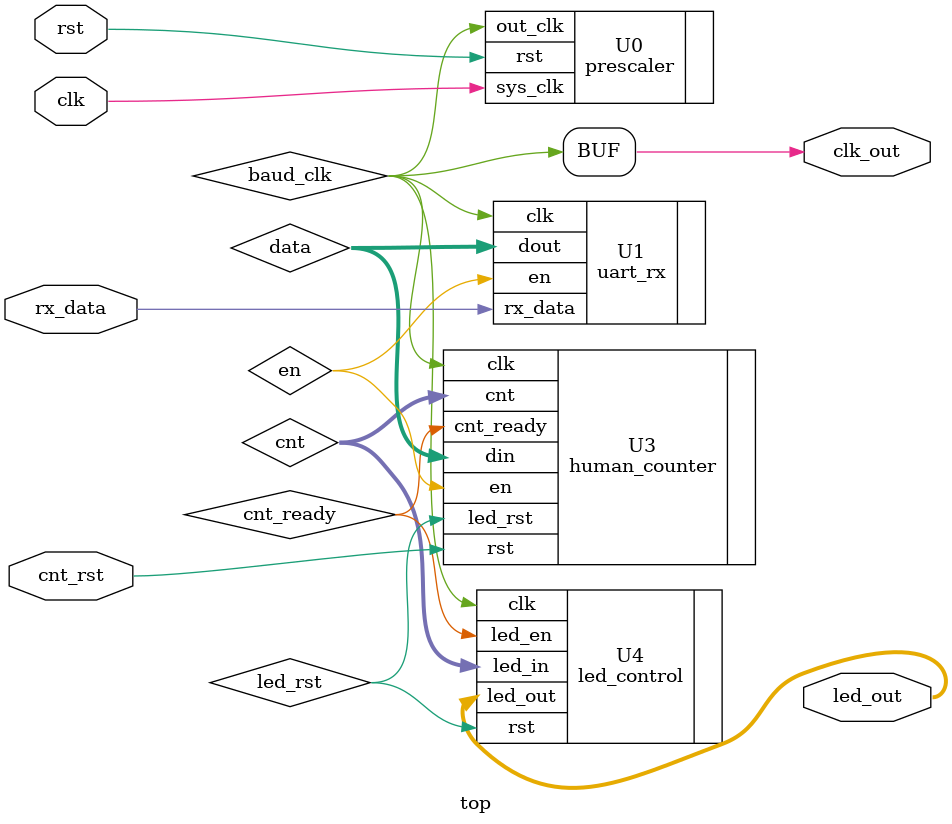
<source format=v>
module top(
    input clk, rx_data, rst, cnt_rst,
    output clk_out,
    output [2:0] led_out
);
wire en;
wire [7:0] data;
wire baud_clk;
wire [7:0] cnt;
wire cnt_ready;
wire led_rst;

prescaler U0(.sys_clk(clk), .rst(rst), .out_clk(baud_clk));
uart_rx U1(.clk(baud_clk), .rx_data(rx_data), .dout(data), .en(en));
//uart_tx u2(.clk(baud_clk), .start(en), .din(data), .tx_data(tx_data)); 
human_counter U3(.clk(baud_clk), .rst(cnt_rst), .din(data), .en(en), .cnt(cnt), .cnt_ready(cnt_ready), .led_rst(led_rst));
led_control U4(.clk(baud_clk) , .led_in(cnt), .led_en(cnt_ready) , .led_out(led_out), .rst(led_rst));
assign clk_out = baud_clk;

endmodule

</source>
